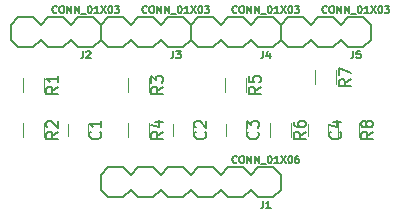
<source format=gto>
G04 #@! TF.FileFunction,Legend,Top*
%FSLAX46Y46*%
G04 Gerber Fmt 4.6, Leading zero omitted, Abs format (unit mm)*
G04 Created by KiCad (PCBNEW 4.0.6) date Wednesday, December 20, 2017 'PMt' 01:59:56 PM*
%MOMM*%
%LPD*%
G01*
G04 APERTURE LIST*
%ADD10C,0.100000*%
%ADD11C,0.120000*%
%ADD12C,0.203200*%
%ADD13C,0.150000*%
%ADD14C,0.127000*%
G04 APERTURE END LIST*
D10*
D11*
X150075000Y-110355000D02*
X150075000Y-109355000D01*
X148375000Y-109355000D02*
X148375000Y-110355000D01*
X158965000Y-110355000D02*
X158965000Y-109355000D01*
X157265000Y-109355000D02*
X157265000Y-110355000D01*
X163410000Y-110355000D02*
X163410000Y-109355000D01*
X161710000Y-109355000D02*
X161710000Y-110355000D01*
X170395000Y-110355000D02*
X170395000Y-109355000D01*
X168695000Y-109355000D02*
X168695000Y-110355000D01*
D12*
X153670000Y-114935000D02*
X153035000Y-115570000D01*
X153035000Y-115570000D02*
X151765000Y-115570000D01*
X151765000Y-115570000D02*
X151130000Y-114935000D01*
X151130000Y-113665000D02*
X151765000Y-113030000D01*
X151765000Y-113030000D02*
X153035000Y-113030000D01*
X153035000Y-113030000D02*
X153670000Y-113665000D01*
X158115000Y-115570000D02*
X156845000Y-115570000D01*
X156845000Y-115570000D02*
X156210000Y-114935000D01*
X156210000Y-113665000D02*
X156845000Y-113030000D01*
X156210000Y-114935000D02*
X155575000Y-115570000D01*
X155575000Y-115570000D02*
X154305000Y-115570000D01*
X154305000Y-115570000D02*
X153670000Y-114935000D01*
X153670000Y-113665000D02*
X154305000Y-113030000D01*
X154305000Y-113030000D02*
X155575000Y-113030000D01*
X155575000Y-113030000D02*
X156210000Y-113665000D01*
X161290000Y-114935000D02*
X160655000Y-115570000D01*
X160655000Y-115570000D02*
X159385000Y-115570000D01*
X159385000Y-115570000D02*
X158750000Y-114935000D01*
X158750000Y-113665000D02*
X159385000Y-113030000D01*
X159385000Y-113030000D02*
X160655000Y-113030000D01*
X160655000Y-113030000D02*
X161290000Y-113665000D01*
X158115000Y-115570000D02*
X158750000Y-114935000D01*
X158750000Y-113665000D02*
X158115000Y-113030000D01*
X156845000Y-113030000D02*
X158115000Y-113030000D01*
X165735000Y-115570000D02*
X164465000Y-115570000D01*
X164465000Y-115570000D02*
X163830000Y-114935000D01*
X163830000Y-113665000D02*
X164465000Y-113030000D01*
X163830000Y-114935000D02*
X163195000Y-115570000D01*
X163195000Y-115570000D02*
X161925000Y-115570000D01*
X161925000Y-115570000D02*
X161290000Y-114935000D01*
X161290000Y-113665000D02*
X161925000Y-113030000D01*
X161925000Y-113030000D02*
X163195000Y-113030000D01*
X163195000Y-113030000D02*
X163830000Y-113665000D01*
X166370000Y-114935000D02*
X166370000Y-113665000D01*
X165735000Y-115570000D02*
X166370000Y-114935000D01*
X166370000Y-113665000D02*
X165735000Y-113030000D01*
X164465000Y-113030000D02*
X165735000Y-113030000D01*
X151130000Y-114935000D02*
X151130000Y-113665000D01*
X146050000Y-102235000D02*
X145415000Y-102870000D01*
X145415000Y-102870000D02*
X144145000Y-102870000D01*
X144145000Y-102870000D02*
X143510000Y-102235000D01*
X143510000Y-100965000D02*
X144145000Y-100330000D01*
X144145000Y-100330000D02*
X145415000Y-100330000D01*
X145415000Y-100330000D02*
X146050000Y-100965000D01*
X150495000Y-102870000D02*
X149225000Y-102870000D01*
X149225000Y-102870000D02*
X148590000Y-102235000D01*
X148590000Y-100965000D02*
X149225000Y-100330000D01*
X148590000Y-102235000D02*
X147955000Y-102870000D01*
X147955000Y-102870000D02*
X146685000Y-102870000D01*
X146685000Y-102870000D02*
X146050000Y-102235000D01*
X146050000Y-100965000D02*
X146685000Y-100330000D01*
X146685000Y-100330000D02*
X147955000Y-100330000D01*
X147955000Y-100330000D02*
X148590000Y-100965000D01*
X151130000Y-102235000D02*
X151130000Y-100965000D01*
X150495000Y-102870000D02*
X151130000Y-102235000D01*
X151130000Y-100965000D02*
X150495000Y-100330000D01*
X149225000Y-100330000D02*
X150495000Y-100330000D01*
X143510000Y-102235000D02*
X143510000Y-100965000D01*
X153670000Y-102235000D02*
X153035000Y-102870000D01*
X153035000Y-102870000D02*
X151765000Y-102870000D01*
X151765000Y-102870000D02*
X151130000Y-102235000D01*
X151130000Y-100965000D02*
X151765000Y-100330000D01*
X151765000Y-100330000D02*
X153035000Y-100330000D01*
X153035000Y-100330000D02*
X153670000Y-100965000D01*
X158115000Y-102870000D02*
X156845000Y-102870000D01*
X156845000Y-102870000D02*
X156210000Y-102235000D01*
X156210000Y-100965000D02*
X156845000Y-100330000D01*
X156210000Y-102235000D02*
X155575000Y-102870000D01*
X155575000Y-102870000D02*
X154305000Y-102870000D01*
X154305000Y-102870000D02*
X153670000Y-102235000D01*
X153670000Y-100965000D02*
X154305000Y-100330000D01*
X154305000Y-100330000D02*
X155575000Y-100330000D01*
X155575000Y-100330000D02*
X156210000Y-100965000D01*
X158750000Y-102235000D02*
X158750000Y-100965000D01*
X158115000Y-102870000D02*
X158750000Y-102235000D01*
X158750000Y-100965000D02*
X158115000Y-100330000D01*
X156845000Y-100330000D02*
X158115000Y-100330000D01*
X151130000Y-102235000D02*
X151130000Y-100965000D01*
X161290000Y-102235000D02*
X160655000Y-102870000D01*
X160655000Y-102870000D02*
X159385000Y-102870000D01*
X159385000Y-102870000D02*
X158750000Y-102235000D01*
X158750000Y-100965000D02*
X159385000Y-100330000D01*
X159385000Y-100330000D02*
X160655000Y-100330000D01*
X160655000Y-100330000D02*
X161290000Y-100965000D01*
X165735000Y-102870000D02*
X164465000Y-102870000D01*
X164465000Y-102870000D02*
X163830000Y-102235000D01*
X163830000Y-100965000D02*
X164465000Y-100330000D01*
X163830000Y-102235000D02*
X163195000Y-102870000D01*
X163195000Y-102870000D02*
X161925000Y-102870000D01*
X161925000Y-102870000D02*
X161290000Y-102235000D01*
X161290000Y-100965000D02*
X161925000Y-100330000D01*
X161925000Y-100330000D02*
X163195000Y-100330000D01*
X163195000Y-100330000D02*
X163830000Y-100965000D01*
X166370000Y-102235000D02*
X166370000Y-100965000D01*
X165735000Y-102870000D02*
X166370000Y-102235000D01*
X166370000Y-100965000D02*
X165735000Y-100330000D01*
X164465000Y-100330000D02*
X165735000Y-100330000D01*
X158750000Y-102235000D02*
X158750000Y-100965000D01*
X168910000Y-102235000D02*
X168275000Y-102870000D01*
X168275000Y-102870000D02*
X167005000Y-102870000D01*
X167005000Y-102870000D02*
X166370000Y-102235000D01*
X166370000Y-100965000D02*
X167005000Y-100330000D01*
X167005000Y-100330000D02*
X168275000Y-100330000D01*
X168275000Y-100330000D02*
X168910000Y-100965000D01*
X173355000Y-102870000D02*
X172085000Y-102870000D01*
X172085000Y-102870000D02*
X171450000Y-102235000D01*
X171450000Y-100965000D02*
X172085000Y-100330000D01*
X171450000Y-102235000D02*
X170815000Y-102870000D01*
X170815000Y-102870000D02*
X169545000Y-102870000D01*
X169545000Y-102870000D02*
X168910000Y-102235000D01*
X168910000Y-100965000D02*
X169545000Y-100330000D01*
X169545000Y-100330000D02*
X170815000Y-100330000D01*
X170815000Y-100330000D02*
X171450000Y-100965000D01*
X173990000Y-102235000D02*
X173990000Y-100965000D01*
X173355000Y-102870000D02*
X173990000Y-102235000D01*
X173990000Y-100965000D02*
X173355000Y-100330000D01*
X172085000Y-100330000D02*
X173355000Y-100330000D01*
X166370000Y-102235000D02*
X166370000Y-100965000D01*
D11*
X144535000Y-106645000D02*
X144535000Y-105445000D01*
X146295000Y-105445000D02*
X146295000Y-106645000D01*
X144535000Y-110455000D02*
X144535000Y-109255000D01*
X146295000Y-109255000D02*
X146295000Y-110455000D01*
X153425000Y-106645000D02*
X153425000Y-105445000D01*
X155185000Y-105445000D02*
X155185000Y-106645000D01*
X153425000Y-110455000D02*
X153425000Y-109255000D01*
X155185000Y-109255000D02*
X155185000Y-110455000D01*
X161680000Y-106645000D02*
X161680000Y-105445000D01*
X163440000Y-105445000D02*
X163440000Y-106645000D01*
X165490000Y-110455000D02*
X165490000Y-109255000D01*
X167250000Y-109255000D02*
X167250000Y-110455000D01*
X169300000Y-106010000D02*
X169300000Y-104810000D01*
X171060000Y-104810000D02*
X171060000Y-106010000D01*
X171205000Y-110455000D02*
X171205000Y-109255000D01*
X172965000Y-109255000D02*
X172965000Y-110455000D01*
D13*
X151082143Y-110021666D02*
X151129762Y-110069285D01*
X151177381Y-110212142D01*
X151177381Y-110307380D01*
X151129762Y-110450238D01*
X151034524Y-110545476D01*
X150939286Y-110593095D01*
X150748810Y-110640714D01*
X150605952Y-110640714D01*
X150415476Y-110593095D01*
X150320238Y-110545476D01*
X150225000Y-110450238D01*
X150177381Y-110307380D01*
X150177381Y-110212142D01*
X150225000Y-110069285D01*
X150272619Y-110021666D01*
X151177381Y-109069285D02*
X151177381Y-109640714D01*
X151177381Y-109355000D02*
X150177381Y-109355000D01*
X150320238Y-109450238D01*
X150415476Y-109545476D01*
X150463095Y-109640714D01*
X159972143Y-110021666D02*
X160019762Y-110069285D01*
X160067381Y-110212142D01*
X160067381Y-110307380D01*
X160019762Y-110450238D01*
X159924524Y-110545476D01*
X159829286Y-110593095D01*
X159638810Y-110640714D01*
X159495952Y-110640714D01*
X159305476Y-110593095D01*
X159210238Y-110545476D01*
X159115000Y-110450238D01*
X159067381Y-110307380D01*
X159067381Y-110212142D01*
X159115000Y-110069285D01*
X159162619Y-110021666D01*
X159162619Y-109640714D02*
X159115000Y-109593095D01*
X159067381Y-109497857D01*
X159067381Y-109259761D01*
X159115000Y-109164523D01*
X159162619Y-109116904D01*
X159257857Y-109069285D01*
X159353095Y-109069285D01*
X159495952Y-109116904D01*
X160067381Y-109688333D01*
X160067381Y-109069285D01*
X164417143Y-110021666D02*
X164464762Y-110069285D01*
X164512381Y-110212142D01*
X164512381Y-110307380D01*
X164464762Y-110450238D01*
X164369524Y-110545476D01*
X164274286Y-110593095D01*
X164083810Y-110640714D01*
X163940952Y-110640714D01*
X163750476Y-110593095D01*
X163655238Y-110545476D01*
X163560000Y-110450238D01*
X163512381Y-110307380D01*
X163512381Y-110212142D01*
X163560000Y-110069285D01*
X163607619Y-110021666D01*
X163512381Y-109688333D02*
X163512381Y-109069285D01*
X163893333Y-109402619D01*
X163893333Y-109259761D01*
X163940952Y-109164523D01*
X163988571Y-109116904D01*
X164083810Y-109069285D01*
X164321905Y-109069285D01*
X164417143Y-109116904D01*
X164464762Y-109164523D01*
X164512381Y-109259761D01*
X164512381Y-109545476D01*
X164464762Y-109640714D01*
X164417143Y-109688333D01*
X171402143Y-110021666D02*
X171449762Y-110069285D01*
X171497381Y-110212142D01*
X171497381Y-110307380D01*
X171449762Y-110450238D01*
X171354524Y-110545476D01*
X171259286Y-110593095D01*
X171068810Y-110640714D01*
X170925952Y-110640714D01*
X170735476Y-110593095D01*
X170640238Y-110545476D01*
X170545000Y-110450238D01*
X170497381Y-110307380D01*
X170497381Y-110212142D01*
X170545000Y-110069285D01*
X170592619Y-110021666D01*
X170830714Y-109164523D02*
X171497381Y-109164523D01*
X170449762Y-109402619D02*
X171164048Y-109640714D01*
X171164048Y-109021666D01*
D14*
X164896800Y-115871171D02*
X164896800Y-116306600D01*
X164867772Y-116393686D01*
X164809715Y-116451743D01*
X164722629Y-116480771D01*
X164664572Y-116480771D01*
X165506400Y-116480771D02*
X165158057Y-116480771D01*
X165332229Y-116480771D02*
X165332229Y-115871171D01*
X165274172Y-115958257D01*
X165216114Y-116016314D01*
X165158057Y-116045343D01*
X162647087Y-112612714D02*
X162618058Y-112641743D01*
X162530972Y-112670771D01*
X162472915Y-112670771D01*
X162385830Y-112641743D01*
X162327772Y-112583686D01*
X162298744Y-112525629D01*
X162269715Y-112409514D01*
X162269715Y-112322429D01*
X162298744Y-112206314D01*
X162327772Y-112148257D01*
X162385830Y-112090200D01*
X162472915Y-112061171D01*
X162530972Y-112061171D01*
X162618058Y-112090200D01*
X162647087Y-112119229D01*
X163024458Y-112061171D02*
X163140572Y-112061171D01*
X163198630Y-112090200D01*
X163256687Y-112148257D01*
X163285715Y-112264371D01*
X163285715Y-112467571D01*
X163256687Y-112583686D01*
X163198630Y-112641743D01*
X163140572Y-112670771D01*
X163024458Y-112670771D01*
X162966401Y-112641743D01*
X162908344Y-112583686D01*
X162879315Y-112467571D01*
X162879315Y-112264371D01*
X162908344Y-112148257D01*
X162966401Y-112090200D01*
X163024458Y-112061171D01*
X163546973Y-112670771D02*
X163546973Y-112061171D01*
X163895316Y-112670771D01*
X163895316Y-112061171D01*
X164185602Y-112670771D02*
X164185602Y-112061171D01*
X164533945Y-112670771D01*
X164533945Y-112061171D01*
X164679088Y-112728829D02*
X165143545Y-112728829D01*
X165404802Y-112061171D02*
X165462859Y-112061171D01*
X165520916Y-112090200D01*
X165549945Y-112119229D01*
X165578974Y-112177286D01*
X165608002Y-112293400D01*
X165608002Y-112438543D01*
X165578974Y-112554657D01*
X165549945Y-112612714D01*
X165520916Y-112641743D01*
X165462859Y-112670771D01*
X165404802Y-112670771D01*
X165346745Y-112641743D01*
X165317716Y-112612714D01*
X165288688Y-112554657D01*
X165259659Y-112438543D01*
X165259659Y-112293400D01*
X165288688Y-112177286D01*
X165317716Y-112119229D01*
X165346745Y-112090200D01*
X165404802Y-112061171D01*
X166188573Y-112670771D02*
X165840230Y-112670771D01*
X166014402Y-112670771D02*
X166014402Y-112061171D01*
X165956345Y-112148257D01*
X165898287Y-112206314D01*
X165840230Y-112235343D01*
X166391773Y-112061171D02*
X166798173Y-112670771D01*
X166798173Y-112061171D02*
X166391773Y-112670771D01*
X167146515Y-112061171D02*
X167204572Y-112061171D01*
X167262629Y-112090200D01*
X167291658Y-112119229D01*
X167320687Y-112177286D01*
X167349715Y-112293400D01*
X167349715Y-112438543D01*
X167320687Y-112554657D01*
X167291658Y-112612714D01*
X167262629Y-112641743D01*
X167204572Y-112670771D01*
X167146515Y-112670771D01*
X167088458Y-112641743D01*
X167059429Y-112612714D01*
X167030401Y-112554657D01*
X167001372Y-112438543D01*
X167001372Y-112293400D01*
X167030401Y-112177286D01*
X167059429Y-112119229D01*
X167088458Y-112090200D01*
X167146515Y-112061171D01*
X167872229Y-112061171D02*
X167756115Y-112061171D01*
X167698058Y-112090200D01*
X167669029Y-112119229D01*
X167610972Y-112206314D01*
X167581943Y-112322429D01*
X167581943Y-112554657D01*
X167610972Y-112612714D01*
X167640000Y-112641743D01*
X167698058Y-112670771D01*
X167814172Y-112670771D01*
X167872229Y-112641743D01*
X167901258Y-112612714D01*
X167930286Y-112554657D01*
X167930286Y-112409514D01*
X167901258Y-112351457D01*
X167872229Y-112322429D01*
X167814172Y-112293400D01*
X167698058Y-112293400D01*
X167640000Y-112322429D01*
X167610972Y-112351457D01*
X167581943Y-112409514D01*
X149656800Y-103171171D02*
X149656800Y-103606600D01*
X149627772Y-103693686D01*
X149569715Y-103751743D01*
X149482629Y-103780771D01*
X149424572Y-103780771D01*
X149918057Y-103229229D02*
X149947086Y-103200200D01*
X150005143Y-103171171D01*
X150150286Y-103171171D01*
X150208343Y-103200200D01*
X150237372Y-103229229D01*
X150266400Y-103287286D01*
X150266400Y-103345343D01*
X150237372Y-103432429D01*
X149889029Y-103780771D01*
X150266400Y-103780771D01*
X147407087Y-99912714D02*
X147378058Y-99941743D01*
X147290972Y-99970771D01*
X147232915Y-99970771D01*
X147145830Y-99941743D01*
X147087772Y-99883686D01*
X147058744Y-99825629D01*
X147029715Y-99709514D01*
X147029715Y-99622429D01*
X147058744Y-99506314D01*
X147087772Y-99448257D01*
X147145830Y-99390200D01*
X147232915Y-99361171D01*
X147290972Y-99361171D01*
X147378058Y-99390200D01*
X147407087Y-99419229D01*
X147784458Y-99361171D02*
X147900572Y-99361171D01*
X147958630Y-99390200D01*
X148016687Y-99448257D01*
X148045715Y-99564371D01*
X148045715Y-99767571D01*
X148016687Y-99883686D01*
X147958630Y-99941743D01*
X147900572Y-99970771D01*
X147784458Y-99970771D01*
X147726401Y-99941743D01*
X147668344Y-99883686D01*
X147639315Y-99767571D01*
X147639315Y-99564371D01*
X147668344Y-99448257D01*
X147726401Y-99390200D01*
X147784458Y-99361171D01*
X148306973Y-99970771D02*
X148306973Y-99361171D01*
X148655316Y-99970771D01*
X148655316Y-99361171D01*
X148945602Y-99970771D02*
X148945602Y-99361171D01*
X149293945Y-99970771D01*
X149293945Y-99361171D01*
X149439088Y-100028829D02*
X149903545Y-100028829D01*
X150164802Y-99361171D02*
X150222859Y-99361171D01*
X150280916Y-99390200D01*
X150309945Y-99419229D01*
X150338974Y-99477286D01*
X150368002Y-99593400D01*
X150368002Y-99738543D01*
X150338974Y-99854657D01*
X150309945Y-99912714D01*
X150280916Y-99941743D01*
X150222859Y-99970771D01*
X150164802Y-99970771D01*
X150106745Y-99941743D01*
X150077716Y-99912714D01*
X150048688Y-99854657D01*
X150019659Y-99738543D01*
X150019659Y-99593400D01*
X150048688Y-99477286D01*
X150077716Y-99419229D01*
X150106745Y-99390200D01*
X150164802Y-99361171D01*
X150948573Y-99970771D02*
X150600230Y-99970771D01*
X150774402Y-99970771D02*
X150774402Y-99361171D01*
X150716345Y-99448257D01*
X150658287Y-99506314D01*
X150600230Y-99535343D01*
X151151773Y-99361171D02*
X151558173Y-99970771D01*
X151558173Y-99361171D02*
X151151773Y-99970771D01*
X151906515Y-99361171D02*
X151964572Y-99361171D01*
X152022629Y-99390200D01*
X152051658Y-99419229D01*
X152080687Y-99477286D01*
X152109715Y-99593400D01*
X152109715Y-99738543D01*
X152080687Y-99854657D01*
X152051658Y-99912714D01*
X152022629Y-99941743D01*
X151964572Y-99970771D01*
X151906515Y-99970771D01*
X151848458Y-99941743D01*
X151819429Y-99912714D01*
X151790401Y-99854657D01*
X151761372Y-99738543D01*
X151761372Y-99593400D01*
X151790401Y-99477286D01*
X151819429Y-99419229D01*
X151848458Y-99390200D01*
X151906515Y-99361171D01*
X152312915Y-99361171D02*
X152690286Y-99361171D01*
X152487086Y-99593400D01*
X152574172Y-99593400D01*
X152632229Y-99622429D01*
X152661258Y-99651457D01*
X152690286Y-99709514D01*
X152690286Y-99854657D01*
X152661258Y-99912714D01*
X152632229Y-99941743D01*
X152574172Y-99970771D01*
X152400000Y-99970771D01*
X152341943Y-99941743D01*
X152312915Y-99912714D01*
X157276800Y-103171171D02*
X157276800Y-103606600D01*
X157247772Y-103693686D01*
X157189715Y-103751743D01*
X157102629Y-103780771D01*
X157044572Y-103780771D01*
X157509029Y-103171171D02*
X157886400Y-103171171D01*
X157683200Y-103403400D01*
X157770286Y-103403400D01*
X157828343Y-103432429D01*
X157857372Y-103461457D01*
X157886400Y-103519514D01*
X157886400Y-103664657D01*
X157857372Y-103722714D01*
X157828343Y-103751743D01*
X157770286Y-103780771D01*
X157596114Y-103780771D01*
X157538057Y-103751743D01*
X157509029Y-103722714D01*
X155027087Y-99912714D02*
X154998058Y-99941743D01*
X154910972Y-99970771D01*
X154852915Y-99970771D01*
X154765830Y-99941743D01*
X154707772Y-99883686D01*
X154678744Y-99825629D01*
X154649715Y-99709514D01*
X154649715Y-99622429D01*
X154678744Y-99506314D01*
X154707772Y-99448257D01*
X154765830Y-99390200D01*
X154852915Y-99361171D01*
X154910972Y-99361171D01*
X154998058Y-99390200D01*
X155027087Y-99419229D01*
X155404458Y-99361171D02*
X155520572Y-99361171D01*
X155578630Y-99390200D01*
X155636687Y-99448257D01*
X155665715Y-99564371D01*
X155665715Y-99767571D01*
X155636687Y-99883686D01*
X155578630Y-99941743D01*
X155520572Y-99970771D01*
X155404458Y-99970771D01*
X155346401Y-99941743D01*
X155288344Y-99883686D01*
X155259315Y-99767571D01*
X155259315Y-99564371D01*
X155288344Y-99448257D01*
X155346401Y-99390200D01*
X155404458Y-99361171D01*
X155926973Y-99970771D02*
X155926973Y-99361171D01*
X156275316Y-99970771D01*
X156275316Y-99361171D01*
X156565602Y-99970771D02*
X156565602Y-99361171D01*
X156913945Y-99970771D01*
X156913945Y-99361171D01*
X157059088Y-100028829D02*
X157523545Y-100028829D01*
X157784802Y-99361171D02*
X157842859Y-99361171D01*
X157900916Y-99390200D01*
X157929945Y-99419229D01*
X157958974Y-99477286D01*
X157988002Y-99593400D01*
X157988002Y-99738543D01*
X157958974Y-99854657D01*
X157929945Y-99912714D01*
X157900916Y-99941743D01*
X157842859Y-99970771D01*
X157784802Y-99970771D01*
X157726745Y-99941743D01*
X157697716Y-99912714D01*
X157668688Y-99854657D01*
X157639659Y-99738543D01*
X157639659Y-99593400D01*
X157668688Y-99477286D01*
X157697716Y-99419229D01*
X157726745Y-99390200D01*
X157784802Y-99361171D01*
X158568573Y-99970771D02*
X158220230Y-99970771D01*
X158394402Y-99970771D02*
X158394402Y-99361171D01*
X158336345Y-99448257D01*
X158278287Y-99506314D01*
X158220230Y-99535343D01*
X158771773Y-99361171D02*
X159178173Y-99970771D01*
X159178173Y-99361171D02*
X158771773Y-99970771D01*
X159526515Y-99361171D02*
X159584572Y-99361171D01*
X159642629Y-99390200D01*
X159671658Y-99419229D01*
X159700687Y-99477286D01*
X159729715Y-99593400D01*
X159729715Y-99738543D01*
X159700687Y-99854657D01*
X159671658Y-99912714D01*
X159642629Y-99941743D01*
X159584572Y-99970771D01*
X159526515Y-99970771D01*
X159468458Y-99941743D01*
X159439429Y-99912714D01*
X159410401Y-99854657D01*
X159381372Y-99738543D01*
X159381372Y-99593400D01*
X159410401Y-99477286D01*
X159439429Y-99419229D01*
X159468458Y-99390200D01*
X159526515Y-99361171D01*
X159932915Y-99361171D02*
X160310286Y-99361171D01*
X160107086Y-99593400D01*
X160194172Y-99593400D01*
X160252229Y-99622429D01*
X160281258Y-99651457D01*
X160310286Y-99709514D01*
X160310286Y-99854657D01*
X160281258Y-99912714D01*
X160252229Y-99941743D01*
X160194172Y-99970771D01*
X160020000Y-99970771D01*
X159961943Y-99941743D01*
X159932915Y-99912714D01*
X164896800Y-103171171D02*
X164896800Y-103606600D01*
X164867772Y-103693686D01*
X164809715Y-103751743D01*
X164722629Y-103780771D01*
X164664572Y-103780771D01*
X165448343Y-103374371D02*
X165448343Y-103780771D01*
X165303200Y-103142143D02*
X165158057Y-103577571D01*
X165535429Y-103577571D01*
X162647087Y-99912714D02*
X162618058Y-99941743D01*
X162530972Y-99970771D01*
X162472915Y-99970771D01*
X162385830Y-99941743D01*
X162327772Y-99883686D01*
X162298744Y-99825629D01*
X162269715Y-99709514D01*
X162269715Y-99622429D01*
X162298744Y-99506314D01*
X162327772Y-99448257D01*
X162385830Y-99390200D01*
X162472915Y-99361171D01*
X162530972Y-99361171D01*
X162618058Y-99390200D01*
X162647087Y-99419229D01*
X163024458Y-99361171D02*
X163140572Y-99361171D01*
X163198630Y-99390200D01*
X163256687Y-99448257D01*
X163285715Y-99564371D01*
X163285715Y-99767571D01*
X163256687Y-99883686D01*
X163198630Y-99941743D01*
X163140572Y-99970771D01*
X163024458Y-99970771D01*
X162966401Y-99941743D01*
X162908344Y-99883686D01*
X162879315Y-99767571D01*
X162879315Y-99564371D01*
X162908344Y-99448257D01*
X162966401Y-99390200D01*
X163024458Y-99361171D01*
X163546973Y-99970771D02*
X163546973Y-99361171D01*
X163895316Y-99970771D01*
X163895316Y-99361171D01*
X164185602Y-99970771D02*
X164185602Y-99361171D01*
X164533945Y-99970771D01*
X164533945Y-99361171D01*
X164679088Y-100028829D02*
X165143545Y-100028829D01*
X165404802Y-99361171D02*
X165462859Y-99361171D01*
X165520916Y-99390200D01*
X165549945Y-99419229D01*
X165578974Y-99477286D01*
X165608002Y-99593400D01*
X165608002Y-99738543D01*
X165578974Y-99854657D01*
X165549945Y-99912714D01*
X165520916Y-99941743D01*
X165462859Y-99970771D01*
X165404802Y-99970771D01*
X165346745Y-99941743D01*
X165317716Y-99912714D01*
X165288688Y-99854657D01*
X165259659Y-99738543D01*
X165259659Y-99593400D01*
X165288688Y-99477286D01*
X165317716Y-99419229D01*
X165346745Y-99390200D01*
X165404802Y-99361171D01*
X166188573Y-99970771D02*
X165840230Y-99970771D01*
X166014402Y-99970771D02*
X166014402Y-99361171D01*
X165956345Y-99448257D01*
X165898287Y-99506314D01*
X165840230Y-99535343D01*
X166391773Y-99361171D02*
X166798173Y-99970771D01*
X166798173Y-99361171D02*
X166391773Y-99970771D01*
X167146515Y-99361171D02*
X167204572Y-99361171D01*
X167262629Y-99390200D01*
X167291658Y-99419229D01*
X167320687Y-99477286D01*
X167349715Y-99593400D01*
X167349715Y-99738543D01*
X167320687Y-99854657D01*
X167291658Y-99912714D01*
X167262629Y-99941743D01*
X167204572Y-99970771D01*
X167146515Y-99970771D01*
X167088458Y-99941743D01*
X167059429Y-99912714D01*
X167030401Y-99854657D01*
X167001372Y-99738543D01*
X167001372Y-99593400D01*
X167030401Y-99477286D01*
X167059429Y-99419229D01*
X167088458Y-99390200D01*
X167146515Y-99361171D01*
X167552915Y-99361171D02*
X167930286Y-99361171D01*
X167727086Y-99593400D01*
X167814172Y-99593400D01*
X167872229Y-99622429D01*
X167901258Y-99651457D01*
X167930286Y-99709514D01*
X167930286Y-99854657D01*
X167901258Y-99912714D01*
X167872229Y-99941743D01*
X167814172Y-99970771D01*
X167640000Y-99970771D01*
X167581943Y-99941743D01*
X167552915Y-99912714D01*
X172516800Y-103171171D02*
X172516800Y-103606600D01*
X172487772Y-103693686D01*
X172429715Y-103751743D01*
X172342629Y-103780771D01*
X172284572Y-103780771D01*
X173097372Y-103171171D02*
X172807086Y-103171171D01*
X172778057Y-103461457D01*
X172807086Y-103432429D01*
X172865143Y-103403400D01*
X173010286Y-103403400D01*
X173068343Y-103432429D01*
X173097372Y-103461457D01*
X173126400Y-103519514D01*
X173126400Y-103664657D01*
X173097372Y-103722714D01*
X173068343Y-103751743D01*
X173010286Y-103780771D01*
X172865143Y-103780771D01*
X172807086Y-103751743D01*
X172778057Y-103722714D01*
X170267087Y-99912714D02*
X170238058Y-99941743D01*
X170150972Y-99970771D01*
X170092915Y-99970771D01*
X170005830Y-99941743D01*
X169947772Y-99883686D01*
X169918744Y-99825629D01*
X169889715Y-99709514D01*
X169889715Y-99622429D01*
X169918744Y-99506314D01*
X169947772Y-99448257D01*
X170005830Y-99390200D01*
X170092915Y-99361171D01*
X170150972Y-99361171D01*
X170238058Y-99390200D01*
X170267087Y-99419229D01*
X170644458Y-99361171D02*
X170760572Y-99361171D01*
X170818630Y-99390200D01*
X170876687Y-99448257D01*
X170905715Y-99564371D01*
X170905715Y-99767571D01*
X170876687Y-99883686D01*
X170818630Y-99941743D01*
X170760572Y-99970771D01*
X170644458Y-99970771D01*
X170586401Y-99941743D01*
X170528344Y-99883686D01*
X170499315Y-99767571D01*
X170499315Y-99564371D01*
X170528344Y-99448257D01*
X170586401Y-99390200D01*
X170644458Y-99361171D01*
X171166973Y-99970771D02*
X171166973Y-99361171D01*
X171515316Y-99970771D01*
X171515316Y-99361171D01*
X171805602Y-99970771D02*
X171805602Y-99361171D01*
X172153945Y-99970771D01*
X172153945Y-99361171D01*
X172299088Y-100028829D02*
X172763545Y-100028829D01*
X173024802Y-99361171D02*
X173082859Y-99361171D01*
X173140916Y-99390200D01*
X173169945Y-99419229D01*
X173198974Y-99477286D01*
X173228002Y-99593400D01*
X173228002Y-99738543D01*
X173198974Y-99854657D01*
X173169945Y-99912714D01*
X173140916Y-99941743D01*
X173082859Y-99970771D01*
X173024802Y-99970771D01*
X172966745Y-99941743D01*
X172937716Y-99912714D01*
X172908688Y-99854657D01*
X172879659Y-99738543D01*
X172879659Y-99593400D01*
X172908688Y-99477286D01*
X172937716Y-99419229D01*
X172966745Y-99390200D01*
X173024802Y-99361171D01*
X173808573Y-99970771D02*
X173460230Y-99970771D01*
X173634402Y-99970771D02*
X173634402Y-99361171D01*
X173576345Y-99448257D01*
X173518287Y-99506314D01*
X173460230Y-99535343D01*
X174011773Y-99361171D02*
X174418173Y-99970771D01*
X174418173Y-99361171D02*
X174011773Y-99970771D01*
X174766515Y-99361171D02*
X174824572Y-99361171D01*
X174882629Y-99390200D01*
X174911658Y-99419229D01*
X174940687Y-99477286D01*
X174969715Y-99593400D01*
X174969715Y-99738543D01*
X174940687Y-99854657D01*
X174911658Y-99912714D01*
X174882629Y-99941743D01*
X174824572Y-99970771D01*
X174766515Y-99970771D01*
X174708458Y-99941743D01*
X174679429Y-99912714D01*
X174650401Y-99854657D01*
X174621372Y-99738543D01*
X174621372Y-99593400D01*
X174650401Y-99477286D01*
X174679429Y-99419229D01*
X174708458Y-99390200D01*
X174766515Y-99361171D01*
X175172915Y-99361171D02*
X175550286Y-99361171D01*
X175347086Y-99593400D01*
X175434172Y-99593400D01*
X175492229Y-99622429D01*
X175521258Y-99651457D01*
X175550286Y-99709514D01*
X175550286Y-99854657D01*
X175521258Y-99912714D01*
X175492229Y-99941743D01*
X175434172Y-99970771D01*
X175260000Y-99970771D01*
X175201943Y-99941743D01*
X175172915Y-99912714D01*
D13*
X147517381Y-106211666D02*
X147041190Y-106545000D01*
X147517381Y-106783095D02*
X146517381Y-106783095D01*
X146517381Y-106402142D01*
X146565000Y-106306904D01*
X146612619Y-106259285D01*
X146707857Y-106211666D01*
X146850714Y-106211666D01*
X146945952Y-106259285D01*
X146993571Y-106306904D01*
X147041190Y-106402142D01*
X147041190Y-106783095D01*
X147517381Y-105259285D02*
X147517381Y-105830714D01*
X147517381Y-105545000D02*
X146517381Y-105545000D01*
X146660238Y-105640238D01*
X146755476Y-105735476D01*
X146803095Y-105830714D01*
X147517381Y-110021666D02*
X147041190Y-110355000D01*
X147517381Y-110593095D02*
X146517381Y-110593095D01*
X146517381Y-110212142D01*
X146565000Y-110116904D01*
X146612619Y-110069285D01*
X146707857Y-110021666D01*
X146850714Y-110021666D01*
X146945952Y-110069285D01*
X146993571Y-110116904D01*
X147041190Y-110212142D01*
X147041190Y-110593095D01*
X146612619Y-109640714D02*
X146565000Y-109593095D01*
X146517381Y-109497857D01*
X146517381Y-109259761D01*
X146565000Y-109164523D01*
X146612619Y-109116904D01*
X146707857Y-109069285D01*
X146803095Y-109069285D01*
X146945952Y-109116904D01*
X147517381Y-109688333D01*
X147517381Y-109069285D01*
X156407381Y-106211666D02*
X155931190Y-106545000D01*
X156407381Y-106783095D02*
X155407381Y-106783095D01*
X155407381Y-106402142D01*
X155455000Y-106306904D01*
X155502619Y-106259285D01*
X155597857Y-106211666D01*
X155740714Y-106211666D01*
X155835952Y-106259285D01*
X155883571Y-106306904D01*
X155931190Y-106402142D01*
X155931190Y-106783095D01*
X155407381Y-105878333D02*
X155407381Y-105259285D01*
X155788333Y-105592619D01*
X155788333Y-105449761D01*
X155835952Y-105354523D01*
X155883571Y-105306904D01*
X155978810Y-105259285D01*
X156216905Y-105259285D01*
X156312143Y-105306904D01*
X156359762Y-105354523D01*
X156407381Y-105449761D01*
X156407381Y-105735476D01*
X156359762Y-105830714D01*
X156312143Y-105878333D01*
X156407381Y-110021666D02*
X155931190Y-110355000D01*
X156407381Y-110593095D02*
X155407381Y-110593095D01*
X155407381Y-110212142D01*
X155455000Y-110116904D01*
X155502619Y-110069285D01*
X155597857Y-110021666D01*
X155740714Y-110021666D01*
X155835952Y-110069285D01*
X155883571Y-110116904D01*
X155931190Y-110212142D01*
X155931190Y-110593095D01*
X155740714Y-109164523D02*
X156407381Y-109164523D01*
X155359762Y-109402619D02*
X156074048Y-109640714D01*
X156074048Y-109021666D01*
X164662381Y-106211666D02*
X164186190Y-106545000D01*
X164662381Y-106783095D02*
X163662381Y-106783095D01*
X163662381Y-106402142D01*
X163710000Y-106306904D01*
X163757619Y-106259285D01*
X163852857Y-106211666D01*
X163995714Y-106211666D01*
X164090952Y-106259285D01*
X164138571Y-106306904D01*
X164186190Y-106402142D01*
X164186190Y-106783095D01*
X163662381Y-105306904D02*
X163662381Y-105783095D01*
X164138571Y-105830714D01*
X164090952Y-105783095D01*
X164043333Y-105687857D01*
X164043333Y-105449761D01*
X164090952Y-105354523D01*
X164138571Y-105306904D01*
X164233810Y-105259285D01*
X164471905Y-105259285D01*
X164567143Y-105306904D01*
X164614762Y-105354523D01*
X164662381Y-105449761D01*
X164662381Y-105687857D01*
X164614762Y-105783095D01*
X164567143Y-105830714D01*
X168472381Y-110021666D02*
X167996190Y-110355000D01*
X168472381Y-110593095D02*
X167472381Y-110593095D01*
X167472381Y-110212142D01*
X167520000Y-110116904D01*
X167567619Y-110069285D01*
X167662857Y-110021666D01*
X167805714Y-110021666D01*
X167900952Y-110069285D01*
X167948571Y-110116904D01*
X167996190Y-110212142D01*
X167996190Y-110593095D01*
X167472381Y-109164523D02*
X167472381Y-109355000D01*
X167520000Y-109450238D01*
X167567619Y-109497857D01*
X167710476Y-109593095D01*
X167900952Y-109640714D01*
X168281905Y-109640714D01*
X168377143Y-109593095D01*
X168424762Y-109545476D01*
X168472381Y-109450238D01*
X168472381Y-109259761D01*
X168424762Y-109164523D01*
X168377143Y-109116904D01*
X168281905Y-109069285D01*
X168043810Y-109069285D01*
X167948571Y-109116904D01*
X167900952Y-109164523D01*
X167853333Y-109259761D01*
X167853333Y-109450238D01*
X167900952Y-109545476D01*
X167948571Y-109593095D01*
X168043810Y-109640714D01*
X172282381Y-105576666D02*
X171806190Y-105910000D01*
X172282381Y-106148095D02*
X171282381Y-106148095D01*
X171282381Y-105767142D01*
X171330000Y-105671904D01*
X171377619Y-105624285D01*
X171472857Y-105576666D01*
X171615714Y-105576666D01*
X171710952Y-105624285D01*
X171758571Y-105671904D01*
X171806190Y-105767142D01*
X171806190Y-106148095D01*
X171282381Y-105243333D02*
X171282381Y-104576666D01*
X172282381Y-105005238D01*
X174187381Y-110021666D02*
X173711190Y-110355000D01*
X174187381Y-110593095D02*
X173187381Y-110593095D01*
X173187381Y-110212142D01*
X173235000Y-110116904D01*
X173282619Y-110069285D01*
X173377857Y-110021666D01*
X173520714Y-110021666D01*
X173615952Y-110069285D01*
X173663571Y-110116904D01*
X173711190Y-110212142D01*
X173711190Y-110593095D01*
X173615952Y-109450238D02*
X173568333Y-109545476D01*
X173520714Y-109593095D01*
X173425476Y-109640714D01*
X173377857Y-109640714D01*
X173282619Y-109593095D01*
X173235000Y-109545476D01*
X173187381Y-109450238D01*
X173187381Y-109259761D01*
X173235000Y-109164523D01*
X173282619Y-109116904D01*
X173377857Y-109069285D01*
X173425476Y-109069285D01*
X173520714Y-109116904D01*
X173568333Y-109164523D01*
X173615952Y-109259761D01*
X173615952Y-109450238D01*
X173663571Y-109545476D01*
X173711190Y-109593095D01*
X173806429Y-109640714D01*
X173996905Y-109640714D01*
X174092143Y-109593095D01*
X174139762Y-109545476D01*
X174187381Y-109450238D01*
X174187381Y-109259761D01*
X174139762Y-109164523D01*
X174092143Y-109116904D01*
X173996905Y-109069285D01*
X173806429Y-109069285D01*
X173711190Y-109116904D01*
X173663571Y-109164523D01*
X173615952Y-109259761D01*
M02*

</source>
